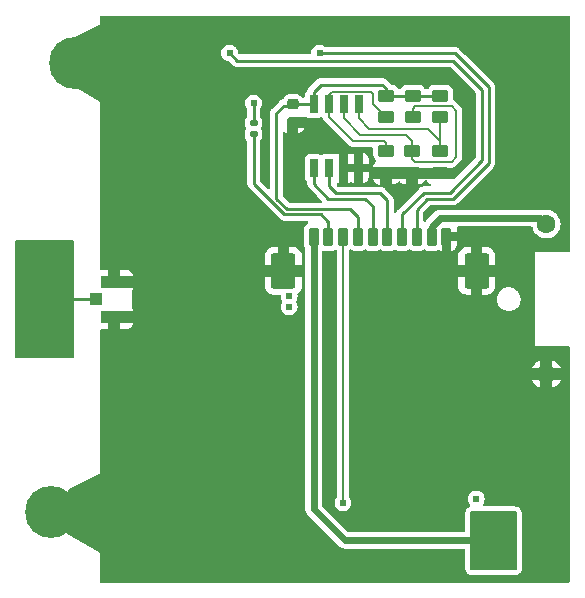
<source format=gtl>
%TF.GenerationSoftware,KiCad,Pcbnew,7.0.10-7.0.10~ubuntu22.04.1*%
%TF.CreationDate,2024-06-11T12:31:40+02:00*%
%TF.ProjectId,PQ_Lat_Board,50515f4c-6174-45f4-926f-6172642e6b69,rev?*%
%TF.SameCoordinates,Original*%
%TF.FileFunction,Copper,L1,Top*%
%TF.FilePolarity,Positive*%
%FSLAX46Y46*%
G04 Gerber Fmt 4.6, Leading zero omitted, Abs format (unit mm)*
G04 Created by KiCad (PCBNEW 7.0.10-7.0.10~ubuntu22.04.1) date 2024-06-11 12:31:40*
%MOMM*%
%LPD*%
G01*
G04 APERTURE LIST*
G04 Aperture macros list*
%AMRoundRect*
0 Rectangle with rounded corners*
0 $1 Rounding radius*
0 $2 $3 $4 $5 $6 $7 $8 $9 X,Y pos of 4 corners*
0 Add a 4 corners polygon primitive as box body*
4,1,4,$2,$3,$4,$5,$6,$7,$8,$9,$2,$3,0*
0 Add four circle primitives for the rounded corners*
1,1,$1+$1,$2,$3*
1,1,$1+$1,$4,$5*
1,1,$1+$1,$6,$7*
1,1,$1+$1,$8,$9*
0 Add four rect primitives between the rounded corners*
20,1,$1+$1,$2,$3,$4,$5,0*
20,1,$1+$1,$4,$5,$6,$7,0*
20,1,$1+$1,$6,$7,$8,$9,0*
20,1,$1+$1,$8,$9,$2,$3,0*%
G04 Aperture macros list end*
%TA.AperFunction,SMDPad,CuDef*%
%ADD10RoundRect,0.250000X-0.450000X0.262500X-0.450000X-0.262500X0.450000X-0.262500X0.450000X0.262500X0*%
%TD*%
%TA.AperFunction,SMDPad,CuDef*%
%ADD11RoundRect,0.250000X0.450000X-0.262500X0.450000X0.262500X-0.450000X0.262500X-0.450000X-0.262500X0*%
%TD*%
%TA.AperFunction,SMDPad,CuDef*%
%ADD12RoundRect,0.200000X-0.200000X-0.600000X0.200000X-0.600000X0.200000X0.600000X-0.200000X0.600000X0*%
%TD*%
%TA.AperFunction,SMDPad,CuDef*%
%ADD13RoundRect,0.250001X-0.799999X-1.249999X0.799999X-1.249999X0.799999X1.249999X-0.799999X1.249999X0*%
%TD*%
%TA.AperFunction,SMDPad,CuDef*%
%ADD14R,0.700000X1.550000*%
%TD*%
%TA.AperFunction,SMDPad,CuDef*%
%ADD15RoundRect,0.147500X0.172500X-0.147500X0.172500X0.147500X-0.172500X0.147500X-0.172500X-0.147500X0*%
%TD*%
%TA.AperFunction,ComponentPad*%
%ADD16C,4.400000*%
%TD*%
%TA.AperFunction,SMDPad,CuDef*%
%ADD17RoundRect,0.225000X-0.250000X0.225000X-0.250000X-0.225000X0.250000X-0.225000X0.250000X0.225000X0*%
%TD*%
%TA.AperFunction,ComponentPad*%
%ADD18C,3.500000*%
%TD*%
%TA.AperFunction,ComponentPad*%
%ADD19C,2.600000*%
%TD*%
%TA.AperFunction,ConnectorPad*%
%ADD20C,3.800000*%
%TD*%
%TA.AperFunction,SMDPad,CuDef*%
%ADD21R,1.050000X1.000000*%
%TD*%
%TA.AperFunction,SMDPad,CuDef*%
%ADD22R,2.200000X1.050000*%
%TD*%
%TA.AperFunction,ComponentPad*%
%ADD23C,1.600000*%
%TD*%
%TA.AperFunction,ComponentPad*%
%ADD24O,1.600000X1.600000*%
%TD*%
%TA.AperFunction,ViaPad*%
%ADD25C,0.610000*%
%TD*%
%TA.AperFunction,Conductor*%
%ADD26C,0.250000*%
%TD*%
%TA.AperFunction,Conductor*%
%ADD27C,0.293000*%
%TD*%
%TA.AperFunction,Conductor*%
%ADD28C,0.600000*%
%TD*%
%TA.AperFunction,Conductor*%
%ADD29C,0.200000*%
%TD*%
G04 APERTURE END LIST*
D10*
%TO.P,GA2,1*%
%TO.N,Net-(IC1-A2)*%
X111952000Y-53464300D03*
%TO.P,GA2,2*%
%TO.N,GND*%
X111952000Y-55289300D03*
%TD*%
D11*
%TO.P,VA1,1*%
%TO.N,Net-(IC1-A1)*%
X109651000Y-50590300D03*
%TO.P,VA1,2*%
%TO.N,/VCC*%
X109651000Y-48765300D03*
%TD*%
D12*
%TO.P,J1,1,Pin_1*%
%TO.N,/SOLAR*%
X101266617Y-60718784D03*
%TO.P,J1,2,Pin_2*%
%TO.N,/ADCS*%
X102516617Y-60718784D03*
%TO.P,J1,3,Pin_3*%
%TO.N,/VCC_MAG*%
X103766617Y-60718784D03*
%TO.P,J1,4,Pin_4*%
%TO.N,/VCC*%
X105016617Y-60718784D03*
%TO.P,J1,5,Pin_5*%
%TO.N,/SDA*%
X106266617Y-60718784D03*
%TO.P,J1,6,Pin_6*%
%TO.N,/SCL*%
X107516617Y-60718784D03*
%TO.P,J1,7,Pin_7*%
%TO.N,/PH-*%
X108766617Y-60718784D03*
%TO.P,J1,8,Pin_8*%
%TO.N,/PH+*%
X110016617Y-60718784D03*
%TO.P,J1,9,Pin_9*%
%TO.N,/BURNCOMMS*%
X111266617Y-60718784D03*
%TO.P,J1,10,Pin_10*%
%TO.N,GND*%
X112516617Y-60718784D03*
D13*
%TO.P,J1,MP,MountPin*%
X98716617Y-63618784D03*
X115066617Y-63618784D03*
%TD*%
D11*
%TO.P,VA2,1*%
%TO.N,Net-(IC1-A2)*%
X112002000Y-50590300D03*
%TO.P,VA2,2*%
%TO.N,/VCC*%
X112002000Y-48765300D03*
%TD*%
D14*
%TO.P,IC1,1,SDA*%
%TO.N,/SDA*%
X101263600Y-54897200D03*
%TO.P,IC1,2,SCL*%
%TO.N,/SCL*%
X102533600Y-54897200D03*
%TO.P,IC1,3,ALERT*%
%TO.N,GND*%
X103803600Y-54897200D03*
%TO.P,IC1,4,GND*%
X105073600Y-54897200D03*
%TO.P,IC1,5,A2*%
%TO.N,Net-(IC1-A2)*%
X105073600Y-49497200D03*
%TO.P,IC1,6,A1*%
%TO.N,Net-(IC1-A1)*%
X103803600Y-49497200D03*
%TO.P,IC1,7,A0*%
%TO.N,Net-(IC1-A0)*%
X102533600Y-49497200D03*
%TO.P,IC1,8,VDD*%
%TO.N,/VCC*%
X101263600Y-49497200D03*
%TD*%
D11*
%TO.P,VA0,1*%
%TO.N,Net-(IC1-A0)*%
X107385000Y-50590300D03*
%TO.P,VA0,2*%
%TO.N,/VCC*%
X107385000Y-48765300D03*
%TD*%
D15*
%TO.P,D2,1,K*%
%TO.N,/ADCS*%
X96183600Y-52057100D03*
%TO.P,D2,2,A*%
%TO.N,/VCC_MAG*%
X96183600Y-51087100D03*
%TD*%
D16*
%TO.P,H1,1,1*%
%TO.N,GND*%
X81050000Y-46050000D03*
%TD*%
D17*
%TO.P,C1,1*%
%TO.N,/VCC*%
X99511000Y-49512400D03*
%TO.P,C1,2*%
%TO.N,GND*%
X99511000Y-51062400D03*
%TD*%
D18*
%TO.P,H3,1,1*%
%TO.N,GND*%
X121000000Y-87000000D03*
%TD*%
D16*
%TO.P,H4,1,1*%
%TO.N,GND*%
X79000000Y-84000000D03*
%TD*%
%TO.P,H2,1,1*%
%TO.N,GND*%
X119000000Y-46000000D03*
%TD*%
D10*
%TO.P,GA0,1*%
%TO.N,Net-(IC1-A0)*%
X107400000Y-53464300D03*
%TO.P,GA0,2*%
%TO.N,GND*%
X107400000Y-55289300D03*
%TD*%
%TO.P,GA1,1*%
%TO.N,Net-(IC1-A1)*%
X109601000Y-53464300D03*
%TO.P,GA1,2*%
%TO.N,GND*%
X109601000Y-55289300D03*
%TD*%
D19*
%TO.P,H5,1,1*%
%TO.N,/Antenna Connector*%
X78505200Y-66022400D03*
D20*
X78505200Y-66022400D03*
%TD*%
D21*
%TO.P,J2,1,In*%
%TO.N,/Antenna Connector*%
X82840000Y-66022400D03*
D22*
%TO.P,J2,2,Ext*%
%TO.N,GND*%
X84365000Y-64547400D03*
X84365000Y-67497400D03*
%TD*%
D23*
%TO.P,THT1,1*%
%TO.N,/BURNCOMMS*%
X120974000Y-59647000D03*
D24*
%TO.P,THT1,2*%
%TO.N,GND*%
X120974000Y-72347000D03*
%TD*%
D25*
%TO.N,/PH-*%
X94151600Y-45169000D03*
%TO.N,/PH+*%
X101771600Y-45169000D03*
%TO.N,GND*%
X115767000Y-60739200D03*
X117697400Y-55151200D03*
X117875200Y-75293400D03*
X117875200Y-80932200D03*
X115767000Y-75293400D03*
X115767000Y-80932200D03*
X116732200Y-78036600D03*
X117697400Y-60739200D03*
X115741600Y-57284800D03*
%TO.N,/SOLAR*%
X115233600Y-84640600D03*
X115233600Y-86418600D03*
X117773600Y-84640600D03*
X117773600Y-88196600D03*
X117773600Y-86418600D03*
X115233600Y-88196600D03*
%TO.N,/VCC_MAG*%
X103752800Y-83243600D03*
X99200000Y-66640000D03*
X96183600Y-49408000D03*
X99201000Y-65760000D03*
X115040000Y-82920000D03*
%TD*%
D26*
%TO.N,/SDA*%
X101263600Y-54897200D02*
X101263600Y-56218000D01*
X101263600Y-56218000D02*
X102526400Y-57480800D01*
X106266617Y-58147617D02*
X106266617Y-60718784D01*
X105599800Y-57480800D02*
X106266617Y-58147617D01*
X102526400Y-57480800D02*
X105599800Y-57480800D01*
%TO.N,/SCL*%
X103168600Y-57030800D02*
X106927800Y-57030800D01*
X102533600Y-54897200D02*
X102533600Y-56395800D01*
X106927800Y-57030800D02*
X107516617Y-57619617D01*
X102533600Y-56395800D02*
X103168600Y-57030800D01*
X107516617Y-57619617D02*
X107516617Y-60718784D01*
%TO.N,/VCC*%
X104337000Y-58377000D02*
X105016617Y-59056617D01*
X98978996Y-58377000D02*
X104337000Y-58377000D01*
D27*
X109651000Y-48765300D02*
X112002000Y-48765300D01*
X107385000Y-48153500D02*
X107067500Y-47836000D01*
X101924000Y-47836000D02*
X101263600Y-48496400D01*
D26*
X98114000Y-57512004D02*
X98978996Y-58377000D01*
X101248400Y-49512400D02*
X101263600Y-49497200D01*
D27*
X101263600Y-48496400D02*
X101263600Y-49497200D01*
D26*
X105016617Y-59056617D02*
X105016617Y-60718784D01*
D27*
X107385000Y-48765300D02*
X109651000Y-48765300D01*
X107385000Y-48765300D02*
X107385000Y-48153500D01*
D26*
X99511000Y-49512400D02*
X101248400Y-49512400D01*
D27*
X107067500Y-47836000D02*
X101924000Y-47836000D01*
D26*
X98114000Y-50249000D02*
X98114000Y-57512004D01*
X98752600Y-49610400D02*
X98114000Y-50249000D01*
X99461400Y-49610400D02*
X98752600Y-49610400D01*
%TO.N,/ADCS*%
X96183600Y-56218000D02*
X96183600Y-52057100D01*
X101891400Y-58827000D02*
X102516617Y-59452217D01*
X102516617Y-59452217D02*
X102516617Y-60718784D01*
X96183600Y-56218000D02*
X98792600Y-58827000D01*
X98792600Y-58827000D02*
X101891400Y-58827000D01*
D28*
%TO.N,/BURNCOMMS*%
X111266617Y-60718784D02*
X111266617Y-59880183D01*
X111266617Y-59880183D02*
X112007800Y-59139000D01*
X112007800Y-59139000D02*
X120466000Y-59139000D01*
X120466000Y-59139000D02*
X120974000Y-59647000D01*
D26*
%TO.N,/PH-*%
X110610800Y-56980000D02*
X108766617Y-58824183D01*
X94781600Y-45799000D02*
X113044200Y-45799000D01*
X115538400Y-54236800D02*
X112795200Y-56980000D01*
X113044200Y-45799000D02*
X115538400Y-48293200D01*
X115538400Y-48293200D02*
X115538400Y-54236800D01*
X108766617Y-58824183D02*
X108766617Y-60718784D01*
X94151600Y-45169000D02*
X94781600Y-45799000D01*
X112795200Y-56980000D02*
X110610800Y-56980000D01*
%TO.N,/PH+*%
X116090000Y-48030604D02*
X116090000Y-54498698D01*
X101771600Y-45169000D02*
X113227000Y-45169000D01*
X116090000Y-54498698D02*
X113049898Y-57538800D01*
X110016617Y-58412383D02*
X110016617Y-60718784D01*
X113049898Y-57538800D02*
X110890200Y-57538800D01*
X113227000Y-45169000D02*
X113811200Y-45753200D01*
X113812596Y-45753200D02*
X116090000Y-48030604D01*
X113811200Y-45753200D02*
X113812596Y-45753200D01*
X110890200Y-57538800D02*
X110016617Y-58412383D01*
%TO.N,/Antenna Connector*%
X82915000Y-66022400D02*
X78505200Y-66022400D01*
D28*
%TO.N,/SOLAR*%
X101266617Y-83729217D02*
X103956000Y-86418600D01*
X101266617Y-83729217D02*
X101266617Y-60718784D01*
X103956000Y-86418600D02*
X115233600Y-86418600D01*
D26*
%TO.N,/VCC_MAG*%
X96183600Y-51087100D02*
X96183600Y-49408000D01*
D29*
X103752800Y-83243600D02*
X103766617Y-83229783D01*
X103766617Y-83229783D02*
X103766617Y-60718784D01*
%TO.N,Net-(IC1-A0)*%
X107385000Y-50577800D02*
X106300000Y-49492800D01*
X107385000Y-50590300D02*
X107385000Y-50577800D01*
X106300000Y-48592800D02*
X106129400Y-48422200D01*
X107400000Y-53464300D02*
X107400000Y-52793800D01*
X104591000Y-52598800D02*
X102533600Y-50541400D01*
X106300000Y-49492800D02*
X106300000Y-48592800D01*
X107205000Y-52598800D02*
X104591000Y-52598800D01*
X106129400Y-48422200D02*
X102811000Y-48422200D01*
X102811000Y-48422200D02*
X102533600Y-48699600D01*
X102533600Y-48699600D02*
X102533600Y-49497200D01*
X107400000Y-52793800D02*
X107205000Y-52598800D01*
X102533600Y-50541400D02*
X102533600Y-49497200D01*
%TO.N,Net-(IC1-A1)*%
X109651000Y-50590300D02*
X109651000Y-49888000D01*
X109097000Y-52090800D02*
X105226000Y-52090800D01*
X113354000Y-53964800D02*
X112950000Y-54368800D01*
X109601000Y-53464300D02*
X109601000Y-52594800D01*
X109601000Y-52594800D02*
X109097000Y-52090800D01*
X109825900Y-54368800D02*
X109601000Y-54143900D01*
X112950000Y-54368800D02*
X109825900Y-54368800D01*
X105226000Y-52090800D02*
X103803600Y-50668400D01*
X109861200Y-49677800D02*
X112973000Y-49677800D01*
X103803600Y-50668400D02*
X103803600Y-49497200D01*
X112973000Y-49677800D02*
X113354000Y-50058800D01*
X109601000Y-54143900D02*
X109601000Y-53464300D01*
X109651000Y-49888000D02*
X109861200Y-49677800D01*
X113354000Y-50058800D02*
X113354000Y-53964800D01*
%TO.N,Net-(IC1-A2)*%
X112002000Y-52090800D02*
X112002000Y-53414300D01*
X112000000Y-53416300D02*
X111952000Y-53464300D01*
X105988000Y-51582800D02*
X105073600Y-50668400D01*
X105073600Y-50668400D02*
X105073600Y-49497200D01*
X112002000Y-53414300D02*
X111952000Y-53464300D01*
X112002000Y-50590300D02*
X112002000Y-52090800D01*
X110922800Y-51582800D02*
X105988000Y-51582800D01*
X111952000Y-52612000D02*
X110922800Y-51582800D01*
X111952000Y-53464300D02*
X111952000Y-52612000D01*
%TD*%
%TA.AperFunction,Conductor*%
%TO.N,/Antenna Connector*%
G36*
X80942121Y-61020002D02*
G01*
X80988614Y-61073658D01*
X81000000Y-61126000D01*
X81000000Y-70874000D01*
X80979998Y-70942121D01*
X80926342Y-70988614D01*
X80874000Y-71000000D01*
X76126000Y-71000000D01*
X76057879Y-70979998D01*
X76011386Y-70926342D01*
X76000000Y-70874000D01*
X76000000Y-61126000D01*
X76020002Y-61057879D01*
X76073658Y-61011386D01*
X76126000Y-61000000D01*
X80874000Y-61000000D01*
X80942121Y-61020002D01*
G37*
%TD.AperFunction*%
%TD*%
%TA.AperFunction,Conductor*%
%TO.N,GND*%
G36*
X83260000Y-87558361D02*
G01*
X82906522Y-87348123D01*
X82906517Y-87348119D01*
X82906515Y-87348118D01*
X80523076Y-85930522D01*
X80509581Y-85921259D01*
X80427092Y-85856368D01*
X80404253Y-85833014D01*
X80346186Y-85755713D01*
X80330119Y-85727275D01*
X80322570Y-85708609D01*
X80293872Y-85637643D01*
X80285656Y-85606035D01*
X80272641Y-85501880D01*
X80271672Y-85485557D01*
X80288245Y-82568765D01*
X80289491Y-82551798D01*
X80304813Y-82443754D01*
X80314068Y-82411088D01*
X80354251Y-82318954D01*
X80371899Y-82289941D01*
X80435231Y-82211889D01*
X80459984Y-82188646D01*
X80548888Y-82125345D01*
X80563360Y-82116450D01*
X81608823Y-81567444D01*
X83260000Y-80700361D01*
X83260000Y-87558361D01*
G37*
%TD.AperFunction*%
%TD*%
%TA.AperFunction,Conductor*%
%TO.N,GND*%
G36*
X83420000Y-49448000D02*
G01*
X82945090Y-49165538D01*
X82945085Y-49165534D01*
X82945083Y-49165533D01*
X80683076Y-47820161D01*
X80669581Y-47810898D01*
X80587092Y-47746007D01*
X80564253Y-47722653D01*
X80506186Y-47645352D01*
X80490119Y-47616914D01*
X80482570Y-47598248D01*
X80453872Y-47527282D01*
X80445656Y-47495674D01*
X80432641Y-47391519D01*
X80431672Y-47375196D01*
X80448245Y-44458404D01*
X80449491Y-44441437D01*
X80464813Y-44333393D01*
X80474068Y-44300727D01*
X80514251Y-44208593D01*
X80531899Y-44179580D01*
X80595231Y-44101528D01*
X80619984Y-44078285D01*
X80708888Y-44014984D01*
X80723366Y-44006086D01*
X82929225Y-42847721D01*
X82929224Y-42847721D01*
X83420000Y-42590000D01*
X83420000Y-49448000D01*
G37*
%TD.AperFunction*%
%TD*%
%TA.AperFunction,Conductor*%
%TO.N,GND*%
G36*
X122941621Y-42020502D02*
G01*
X122988114Y-42074158D01*
X122999500Y-42126500D01*
X122999500Y-61873500D01*
X122979498Y-61941621D01*
X122925842Y-61988114D01*
X122873500Y-61999500D01*
X120025158Y-61999500D01*
X120024952Y-61999459D01*
X119999998Y-61999459D01*
X119999901Y-61999499D01*
X119999696Y-61999584D01*
X119999618Y-61999615D01*
X119999617Y-61999617D01*
X119999459Y-62000000D01*
X119999476Y-62025014D01*
X119999471Y-62025014D01*
X119999500Y-62025157D01*
X119999500Y-69975072D01*
X119999415Y-69975500D01*
X119999458Y-69999999D01*
X119999500Y-70000099D01*
X119999617Y-70000383D01*
X120000000Y-70000541D01*
X120000002Y-70000539D01*
X120025014Y-70000524D01*
X120025014Y-70000528D01*
X120025158Y-70000500D01*
X122873500Y-70000500D01*
X122941621Y-70020502D01*
X122988114Y-70074158D01*
X122999500Y-70126500D01*
X122999500Y-89873500D01*
X122979498Y-89941621D01*
X122925842Y-89988114D01*
X122873500Y-89999500D01*
X83274815Y-89999500D01*
X83206694Y-89979498D01*
X83160201Y-89925842D01*
X83148815Y-89873373D01*
X83149364Y-89329430D01*
X83170254Y-68648268D01*
X83190324Y-68580172D01*
X83244026Y-68533734D01*
X83296253Y-68522400D01*
X83865000Y-68522400D01*
X83865000Y-67997400D01*
X84865000Y-67997400D01*
X84865000Y-68522400D01*
X85512824Y-68522400D01*
X85512840Y-68522399D01*
X85572371Y-68515999D01*
X85707089Y-68465752D01*
X85822189Y-68379589D01*
X85908352Y-68264489D01*
X85958599Y-68129771D01*
X85964999Y-68070240D01*
X85965000Y-68070223D01*
X85965000Y-67997400D01*
X84865000Y-67997400D01*
X83865000Y-67997400D01*
X83865000Y-67123400D01*
X83885002Y-67055279D01*
X83938658Y-67008786D01*
X83991000Y-66997400D01*
X85965000Y-66997400D01*
X85965000Y-66924576D01*
X85964999Y-66924559D01*
X85958599Y-66865028D01*
X85908351Y-66730309D01*
X85908351Y-66730308D01*
X85896330Y-66714249D01*
X85871521Y-66647728D01*
X85871200Y-66638743D01*
X85871200Y-65406056D01*
X85891202Y-65337935D01*
X85896333Y-65330545D01*
X85908352Y-65314489D01*
X85958599Y-65179771D01*
X85964999Y-65120240D01*
X85965000Y-65120223D01*
X85965000Y-65047400D01*
X83991000Y-65047400D01*
X83922879Y-65027398D01*
X83876386Y-64973742D01*
X83865000Y-64921400D01*
X83865000Y-64118784D01*
X97166617Y-64118784D01*
X97166617Y-64918770D01*
X97177110Y-65021474D01*
X97232259Y-65187905D01*
X97324300Y-65337127D01*
X97324305Y-65337133D01*
X97448267Y-65461095D01*
X97448273Y-65461100D01*
X97597495Y-65553141D01*
X97763926Y-65608290D01*
X97866630Y-65618783D01*
X97866630Y-65618784D01*
X98365240Y-65618784D01*
X98433361Y-65638786D01*
X98479854Y-65692442D01*
X98489144Y-65752378D01*
X98490318Y-65752378D01*
X98490318Y-65759950D01*
X98490321Y-65759970D01*
X98490318Y-65759994D01*
X98490318Y-65760003D01*
X98510967Y-65930074D01*
X98537488Y-66000003D01*
X98571722Y-66090270D01*
X98571723Y-66090271D01*
X98597558Y-66127700D01*
X98619793Y-66195125D01*
X98602045Y-66263867D01*
X98597558Y-66270849D01*
X98570724Y-66309725D01*
X98570722Y-66309729D01*
X98570722Y-66309730D01*
X98570386Y-66310616D01*
X98509967Y-66469925D01*
X98489318Y-66639996D01*
X98489318Y-66640003D01*
X98509968Y-66810075D01*
X98570720Y-66970265D01*
X98570724Y-66970273D01*
X98668045Y-67111267D01*
X98668046Y-67111268D01*
X98668047Y-67111269D01*
X98796287Y-67224880D01*
X98947989Y-67304499D01*
X99114337Y-67345500D01*
X99114338Y-67345500D01*
X99285662Y-67345500D01*
X99285663Y-67345500D01*
X99452011Y-67304499D01*
X99603713Y-67224880D01*
X99731953Y-67111269D01*
X99829278Y-66970270D01*
X99890031Y-66810077D01*
X99902075Y-66710883D01*
X99910682Y-66640003D01*
X99910682Y-66639996D01*
X99890031Y-66469924D01*
X99886568Y-66460792D01*
X99829278Y-66309730D01*
X99803440Y-66272298D01*
X99781205Y-66204874D01*
X99798952Y-66136132D01*
X99803418Y-66129182D01*
X99830278Y-66090270D01*
X99891031Y-65930077D01*
X99906355Y-65803873D01*
X99911682Y-65760003D01*
X99911682Y-65759997D01*
X99892747Y-65604055D01*
X99904392Y-65534020D01*
X99951684Y-65481625D01*
X99984956Y-65461103D01*
X99984966Y-65461095D01*
X100108928Y-65337133D01*
X100108933Y-65337127D01*
X100200974Y-65187905D01*
X100256123Y-65021474D01*
X100266616Y-64918770D01*
X100266617Y-64918770D01*
X100266617Y-64118784D01*
X97166617Y-64118784D01*
X83865000Y-64118784D01*
X83865000Y-63522400D01*
X84865000Y-63522400D01*
X84865000Y-64047400D01*
X85965000Y-64047400D01*
X85965000Y-63974576D01*
X85964999Y-63974559D01*
X85958599Y-63915028D01*
X85908352Y-63780310D01*
X85822189Y-63665210D01*
X85707089Y-63579047D01*
X85572371Y-63528800D01*
X85512840Y-63522400D01*
X84865000Y-63522400D01*
X83865000Y-63522400D01*
X83301558Y-63522400D01*
X83233437Y-63502398D01*
X83186944Y-63448742D01*
X83175559Y-63396280D01*
X83175839Y-63118784D01*
X97166617Y-63118784D01*
X98216617Y-63118784D01*
X98216617Y-61618784D01*
X99216617Y-61618784D01*
X99216617Y-63118784D01*
X100266617Y-63118784D01*
X100266617Y-62318797D01*
X100256123Y-62216093D01*
X100200974Y-62049662D01*
X100108933Y-61900440D01*
X100108928Y-61900434D01*
X99984966Y-61776472D01*
X99984960Y-61776467D01*
X99835738Y-61684426D01*
X99669307Y-61629277D01*
X99566603Y-61618784D01*
X99216617Y-61618784D01*
X98216617Y-61618784D01*
X97866630Y-61618784D01*
X97763926Y-61629277D01*
X97597495Y-61684426D01*
X97448273Y-61776467D01*
X97448267Y-61776472D01*
X97324305Y-61900434D01*
X97324300Y-61900440D01*
X97232259Y-62049662D01*
X97177110Y-62216093D01*
X97166617Y-62318797D01*
X97166617Y-63118784D01*
X83175839Y-63118784D01*
X83193971Y-45169003D01*
X93440918Y-45169003D01*
X93461568Y-45339075D01*
X93522320Y-45499265D01*
X93522324Y-45499273D01*
X93619645Y-45640267D01*
X93619646Y-45640268D01*
X93619647Y-45640269D01*
X93747887Y-45753880D01*
X93899589Y-45833499D01*
X94065937Y-45874500D01*
X94065943Y-45874500D01*
X94073500Y-45875418D01*
X94073202Y-45877865D01*
X94129861Y-45894502D01*
X94150835Y-45911405D01*
X94402139Y-46162709D01*
X94405129Y-46165802D01*
X94446845Y-46210469D01*
X94480012Y-46230638D01*
X94490676Y-46237896D01*
X94521625Y-46261365D01*
X94536964Y-46267414D01*
X94556192Y-46276964D01*
X94570272Y-46285526D01*
X94592167Y-46291660D01*
X94607650Y-46295999D01*
X94619877Y-46300110D01*
X94656011Y-46314360D01*
X94672408Y-46316045D01*
X94693510Y-46320056D01*
X94709372Y-46324500D01*
X94748195Y-46324500D01*
X94761081Y-46325161D01*
X94799708Y-46329132D01*
X94799708Y-46329131D01*
X94799710Y-46329132D01*
X94815950Y-46326332D01*
X94837358Y-46324500D01*
X112774340Y-46324500D01*
X112842461Y-46344502D01*
X112863435Y-46361405D01*
X114975995Y-48473964D01*
X115010020Y-48536276D01*
X115012900Y-48563059D01*
X115012900Y-53966941D01*
X114992898Y-54035062D01*
X114975995Y-54056036D01*
X113272258Y-55759772D01*
X113209946Y-55793798D01*
X113147057Y-55789300D01*
X110101000Y-55789300D01*
X110101000Y-56301795D01*
X110203692Y-56291306D01*
X110203696Y-56291305D01*
X110336469Y-56247309D01*
X110337392Y-56247277D01*
X110339730Y-56246227D01*
X110370123Y-56236156D01*
X110519344Y-56144116D01*
X110519350Y-56144111D01*
X110643311Y-56020150D01*
X110643318Y-56020141D01*
X110669259Y-55978085D01*
X110722044Y-55930606D01*
X110792119Y-55919203D01*
X110857235Y-55947495D01*
X110883741Y-55978085D01*
X110909681Y-56020141D01*
X110909688Y-56020150D01*
X111033649Y-56144111D01*
X111033655Y-56144116D01*
X111158724Y-56221259D01*
X111206202Y-56274045D01*
X111217605Y-56344120D01*
X111189313Y-56409235D01*
X111130307Y-56448718D01*
X111092577Y-56454500D01*
X110621949Y-56454500D01*
X110617648Y-56454427D01*
X110598600Y-56453776D01*
X110556555Y-56452340D01*
X110556554Y-56452340D01*
X110556553Y-56452340D01*
X110518821Y-56461534D01*
X110506150Y-56463942D01*
X110467695Y-56469227D01*
X110467690Y-56469228D01*
X110467689Y-56469229D01*
X110467687Y-56469230D01*
X110452570Y-56475795D01*
X110432218Y-56482638D01*
X110416211Y-56486539D01*
X110416208Y-56486540D01*
X110382359Y-56505573D01*
X110370813Y-56511307D01*
X110361298Y-56515441D01*
X110335191Y-56526780D01*
X110322402Y-56537185D01*
X110304649Y-56549267D01*
X110290290Y-56557341D01*
X110290285Y-56557344D01*
X110262830Y-56584798D01*
X110253260Y-56593436D01*
X110223134Y-56617946D01*
X110213631Y-56631409D01*
X110199790Y-56647839D01*
X108402920Y-58444709D01*
X108399829Y-58447698D01*
X108355148Y-58489428D01*
X108355145Y-58489432D01*
X108334972Y-58522604D01*
X108327717Y-58533265D01*
X108304251Y-58564210D01*
X108298207Y-58579537D01*
X108288653Y-58598773D01*
X108275776Y-58619950D01*
X108223293Y-58667763D01*
X108153292Y-58679611D01*
X108087998Y-58651733D01*
X108048141Y-58592980D01*
X108042117Y-58554486D01*
X108042117Y-57630764D01*
X108042190Y-57626463D01*
X108044277Y-57565372D01*
X108035080Y-57527636D01*
X108032677Y-57514990D01*
X108027388Y-57476506D01*
X108020819Y-57461383D01*
X108013972Y-57441021D01*
X108010075Y-57425027D01*
X108010074Y-57425026D01*
X108010074Y-57425023D01*
X107991037Y-57391166D01*
X107985314Y-57379643D01*
X107969836Y-57344008D01*
X107969833Y-57344004D01*
X107959438Y-57331227D01*
X107947348Y-57313463D01*
X107939275Y-57299105D01*
X107911812Y-57271642D01*
X107903177Y-57262074D01*
X107878671Y-57231952D01*
X107878667Y-57231949D01*
X107878666Y-57231948D01*
X107865213Y-57222452D01*
X107848780Y-57208610D01*
X107307259Y-56667090D01*
X107304269Y-56663996D01*
X107273835Y-56631409D01*
X107262555Y-56619331D01*
X107262554Y-56619330D01*
X107262553Y-56619329D01*
X107229379Y-56599155D01*
X107218716Y-56591898D01*
X107187777Y-56568437D01*
X107187775Y-56568436D01*
X107172437Y-56562387D01*
X107153209Y-56552836D01*
X107139128Y-56544274D01*
X107138093Y-56543984D01*
X107101740Y-56533798D01*
X107089514Y-56529686D01*
X107053389Y-56515440D01*
X107036996Y-56513755D01*
X107015891Y-56509744D01*
X107000026Y-56505299D01*
X106991489Y-56504126D01*
X106991748Y-56502238D01*
X106934055Y-56485298D01*
X106887562Y-56431642D01*
X106877458Y-56361368D01*
X106900000Y-56312010D01*
X106900000Y-55789300D01*
X107900000Y-55789300D01*
X107900000Y-56301795D01*
X108002690Y-56291306D01*
X108169122Y-56236157D01*
X108318344Y-56144116D01*
X108318350Y-56144111D01*
X108411405Y-56051057D01*
X108473717Y-56017031D01*
X108544532Y-56022096D01*
X108589595Y-56051057D01*
X108682649Y-56144111D01*
X108682655Y-56144116D01*
X108831877Y-56236157D01*
X108998308Y-56291306D01*
X109101000Y-56301797D01*
X109101000Y-55789300D01*
X107900000Y-55789300D01*
X106900000Y-55789300D01*
X106238595Y-55789300D01*
X106265640Y-55870918D01*
X106357683Y-56020144D01*
X106357688Y-56020150D01*
X106481649Y-56144111D01*
X106481655Y-56144116D01*
X106630881Y-56236159D01*
X106701910Y-56259696D01*
X106760281Y-56300110D01*
X106787537Y-56365666D01*
X106775024Y-56435551D01*
X106726714Y-56487577D01*
X106662277Y-56505300D01*
X103438459Y-56505300D01*
X103370338Y-56485298D01*
X103349364Y-56468395D01*
X103263246Y-56382277D01*
X103229220Y-56319965D01*
X103234285Y-56249150D01*
X103276832Y-56192314D01*
X103343352Y-56167503D01*
X103365810Y-56167904D01*
X103405762Y-56172199D01*
X103405776Y-56172200D01*
X103453600Y-56172200D01*
X103453600Y-55247200D01*
X104153600Y-55247200D01*
X104153600Y-56172200D01*
X104201424Y-56172200D01*
X104201440Y-56172199D01*
X104260970Y-56165799D01*
X104394567Y-56115970D01*
X104465383Y-56110905D01*
X104482633Y-56115970D01*
X104616229Y-56165799D01*
X104675759Y-56172199D01*
X104675776Y-56172200D01*
X104723600Y-56172200D01*
X104723600Y-55247200D01*
X105423600Y-55247200D01*
X105423600Y-56172200D01*
X105471424Y-56172200D01*
X105471440Y-56172199D01*
X105530971Y-56165799D01*
X105665689Y-56115552D01*
X105780789Y-56029389D01*
X105866952Y-55914289D01*
X105917199Y-55779571D01*
X105923599Y-55720040D01*
X105923600Y-55720023D01*
X105923600Y-55247200D01*
X105423600Y-55247200D01*
X104723600Y-55247200D01*
X104153600Y-55247200D01*
X103453600Y-55247200D01*
X103453600Y-53622200D01*
X104153600Y-53622200D01*
X104153600Y-54547200D01*
X104723600Y-54547200D01*
X104723600Y-53622200D01*
X105423600Y-53622200D01*
X105423600Y-54547200D01*
X105923600Y-54547200D01*
X105923600Y-54074376D01*
X105923599Y-54074359D01*
X105917199Y-54014828D01*
X105866952Y-53880110D01*
X105780789Y-53765010D01*
X105665689Y-53678847D01*
X105530971Y-53628600D01*
X105471440Y-53622200D01*
X105423600Y-53622200D01*
X104723600Y-53622200D01*
X104675759Y-53622200D01*
X104616227Y-53628600D01*
X104482632Y-53678429D01*
X104411816Y-53683493D01*
X104394568Y-53678429D01*
X104260972Y-53628600D01*
X104201440Y-53622200D01*
X104153600Y-53622200D01*
X103453600Y-53622200D01*
X103405759Y-53622200D01*
X103346228Y-53628600D01*
X103211510Y-53678847D01*
X103146397Y-53727591D01*
X103079877Y-53752402D01*
X103013687Y-53738991D01*
X103008906Y-53736555D01*
X103008905Y-53736554D01*
X103008904Y-53736554D01*
X102915119Y-53721700D01*
X102915115Y-53721700D01*
X102152083Y-53721700D01*
X102058295Y-53736553D01*
X101955802Y-53788776D01*
X101886025Y-53801880D01*
X101841398Y-53788776D01*
X101738907Y-53736555D01*
X101738905Y-53736554D01*
X101738904Y-53736554D01*
X101645119Y-53721700D01*
X101645115Y-53721700D01*
X100882083Y-53721700D01*
X100788297Y-53736553D01*
X100675257Y-53794149D01*
X100585549Y-53883857D01*
X100532895Y-53987198D01*
X100527954Y-53996896D01*
X100513321Y-54089288D01*
X100513100Y-54090684D01*
X100513100Y-55703716D01*
X100527953Y-55797502D01*
X100585549Y-55910542D01*
X100675256Y-56000249D01*
X100683279Y-56006078D01*
X100681408Y-56008651D01*
X100720910Y-56045950D01*
X100738100Y-56109482D01*
X100738100Y-56206851D01*
X100738027Y-56211152D01*
X100735940Y-56272245D01*
X100745133Y-56309971D01*
X100747541Y-56322644D01*
X100752827Y-56361107D01*
X100752828Y-56361109D01*
X100759395Y-56376228D01*
X100766240Y-56396582D01*
X100770143Y-56412594D01*
X100770144Y-56412595D01*
X100770144Y-56412596D01*
X100789168Y-56446431D01*
X100794906Y-56457984D01*
X100810379Y-56493606D01*
X100810378Y-56493606D01*
X100814350Y-56498488D01*
X100820780Y-56506391D01*
X100832866Y-56524149D01*
X100840942Y-56538512D01*
X100868403Y-56565973D01*
X100877038Y-56575540D01*
X100901546Y-56605665D01*
X100915007Y-56615167D01*
X100931439Y-56629009D01*
X101534384Y-57231954D01*
X101938836Y-57636405D01*
X101972861Y-57698717D01*
X101967797Y-57769532D01*
X101925250Y-57826368D01*
X101858730Y-57851179D01*
X101849741Y-57851500D01*
X99248855Y-57851500D01*
X99180734Y-57831498D01*
X99159760Y-57814595D01*
X98676405Y-57331240D01*
X98642379Y-57268928D01*
X98639500Y-57242145D01*
X98639500Y-51981634D01*
X98659502Y-51913513D01*
X98713158Y-51867020D01*
X98783432Y-51856916D01*
X98831647Y-51874393D01*
X98952514Y-51948945D01*
X98952516Y-51948946D01*
X99061000Y-51984893D01*
X99061000Y-51512400D01*
X99961000Y-51512400D01*
X99961000Y-51984892D01*
X100069483Y-51948946D01*
X100069485Y-51948945D01*
X100213732Y-51859972D01*
X100213738Y-51859967D01*
X100333567Y-51740138D01*
X100333572Y-51740132D01*
X100422548Y-51595880D01*
X100450211Y-51512400D01*
X99961000Y-51512400D01*
X99061000Y-51512400D01*
X99061000Y-50738400D01*
X99081002Y-50670279D01*
X99134658Y-50623786D01*
X99187000Y-50612400D01*
X100450211Y-50612400D01*
X100463050Y-50594620D01*
X100519146Y-50551103D01*
X100589864Y-50544821D01*
X100652752Y-50577770D01*
X100654296Y-50579289D01*
X100675257Y-50600250D01*
X100713899Y-50619938D01*
X100788296Y-50657846D01*
X100882081Y-50672700D01*
X101645118Y-50672699D01*
X101738904Y-50657846D01*
X101841397Y-50605622D01*
X101911173Y-50592518D01*
X101955801Y-50605622D01*
X101969104Y-50612400D01*
X101990808Y-50623459D01*
X102042423Y-50672208D01*
X102048218Y-50683383D01*
X102069031Y-50728957D01*
X102072472Y-50737264D01*
X102072896Y-50738400D01*
X102089804Y-50783731D01*
X102089805Y-50783732D01*
X102092568Y-50787424D01*
X102106306Y-50810578D01*
X102108219Y-50814767D01*
X102108221Y-50814770D01*
X102108222Y-50814771D01*
X102108223Y-50814773D01*
X102140692Y-50852244D01*
X102146332Y-50859244D01*
X102154379Y-50869993D01*
X102163874Y-50879488D01*
X102169992Y-50886059D01*
X102202472Y-50923543D01*
X102206351Y-50926035D01*
X102227323Y-50942937D01*
X104189461Y-52905075D01*
X104206362Y-52926046D01*
X104208856Y-52929927D01*
X104246337Y-52962404D01*
X104252909Y-52968523D01*
X104262407Y-52978021D01*
X104273158Y-52986069D01*
X104280158Y-52991710D01*
X104317627Y-53024177D01*
X104321814Y-53026089D01*
X104344975Y-53039831D01*
X104348669Y-53042596D01*
X104348671Y-53042596D01*
X104348673Y-53042598D01*
X104395128Y-53059924D01*
X104403427Y-53063360D01*
X104448543Y-53083965D01*
X104453107Y-53084621D01*
X104479202Y-53091281D01*
X104483517Y-53092891D01*
X104532992Y-53096429D01*
X104541899Y-53097387D01*
X104555201Y-53099300D01*
X104568620Y-53099300D01*
X104577607Y-53099620D01*
X104627073Y-53103159D01*
X104631573Y-53102179D01*
X104658358Y-53099300D01*
X106173500Y-53099300D01*
X106241621Y-53119302D01*
X106288114Y-53172958D01*
X106299500Y-53225300D01*
X106299500Y-53792493D01*
X106302401Y-53829367D01*
X106302401Y-53829368D01*
X106348257Y-53987201D01*
X106431917Y-54128663D01*
X106431923Y-54128670D01*
X106527362Y-54224109D01*
X106561388Y-54286421D01*
X106556323Y-54357236D01*
X106513776Y-54414072D01*
X106504417Y-54420443D01*
X106481657Y-54434482D01*
X106481649Y-54434488D01*
X106357688Y-54558449D01*
X106357683Y-54558455D01*
X106265640Y-54707681D01*
X106238594Y-54789299D01*
X106238595Y-54789300D01*
X109510513Y-54789300D01*
X109575589Y-54808408D01*
X109575661Y-54808278D01*
X109576259Y-54808604D01*
X109578634Y-54809302D01*
X109582675Y-54812108D01*
X109583571Y-54812597D01*
X109630028Y-54829924D01*
X109638327Y-54833360D01*
X109683443Y-54853965D01*
X109688007Y-54854621D01*
X109714102Y-54861281D01*
X109718417Y-54862891D01*
X109767892Y-54866429D01*
X109776799Y-54867387D01*
X109790101Y-54869300D01*
X109803520Y-54869300D01*
X109812507Y-54869620D01*
X109861973Y-54873159D01*
X109866473Y-54872179D01*
X109893258Y-54869300D01*
X112882642Y-54869300D01*
X112909426Y-54872179D01*
X112913927Y-54873159D01*
X112963392Y-54869620D01*
X112972380Y-54869300D01*
X112985798Y-54869300D01*
X112985799Y-54869300D01*
X112999100Y-54867387D01*
X113008009Y-54866429D01*
X113057483Y-54862891D01*
X113061791Y-54861283D01*
X113087901Y-54854619D01*
X113092457Y-54853965D01*
X113137566Y-54833363D01*
X113145862Y-54829927D01*
X113192331Y-54812596D01*
X113196017Y-54809836D01*
X113219183Y-54796089D01*
X113223373Y-54794177D01*
X113260846Y-54761706D01*
X113267844Y-54756066D01*
X113278593Y-54748021D01*
X113288079Y-54738533D01*
X113294668Y-54732399D01*
X113304255Y-54724092D01*
X113332143Y-54699928D01*
X113334629Y-54696058D01*
X113351531Y-54675080D01*
X113660278Y-54366333D01*
X113681251Y-54349433D01*
X113685128Y-54346943D01*
X113717608Y-54309457D01*
X113723743Y-54302869D01*
X113733218Y-54293395D01*
X113733218Y-54293394D01*
X113733220Y-54293393D01*
X113741267Y-54282641D01*
X113746897Y-54275655D01*
X113779377Y-54238173D01*
X113781289Y-54233983D01*
X113795036Y-54210817D01*
X113797796Y-54207131D01*
X113815127Y-54160662D01*
X113818566Y-54152360D01*
X113839165Y-54107257D01*
X113839819Y-54102701D01*
X113846483Y-54076591D01*
X113848091Y-54072283D01*
X113851629Y-54022809D01*
X113852587Y-54013900D01*
X113854500Y-54000599D01*
X113854500Y-53987180D01*
X113854821Y-53978190D01*
X113858359Y-53928727D01*
X113857379Y-53924220D01*
X113854500Y-53897440D01*
X113854500Y-50126157D01*
X113857379Y-50099376D01*
X113858359Y-50094873D01*
X113854821Y-50045407D01*
X113854500Y-50036418D01*
X113854500Y-50023001D01*
X113854272Y-50021413D01*
X113852587Y-50009699D01*
X113851629Y-50000792D01*
X113848091Y-49951317D01*
X113846481Y-49947002D01*
X113839821Y-49920907D01*
X113839165Y-49916343D01*
X113818560Y-49871227D01*
X113815124Y-49862928D01*
X113797798Y-49816473D01*
X113797796Y-49816471D01*
X113797796Y-49816469D01*
X113795031Y-49812775D01*
X113781289Y-49789614D01*
X113779377Y-49785427D01*
X113754504Y-49756722D01*
X113746900Y-49747946D01*
X113741259Y-49740946D01*
X113736906Y-49735131D01*
X113733220Y-49730207D01*
X113723730Y-49720717D01*
X113717611Y-49714145D01*
X113685127Y-49676656D01*
X113681249Y-49674164D01*
X113660274Y-49657261D01*
X113374534Y-49371520D01*
X113357629Y-49350541D01*
X113355143Y-49346672D01*
X113355141Y-49346670D01*
X113355141Y-49346669D01*
X113317660Y-49314192D01*
X113311087Y-49308073D01*
X113301593Y-49298579D01*
X113290844Y-49290532D01*
X113283844Y-49284892D01*
X113257206Y-49261810D01*
X113246373Y-49252423D01*
X113246371Y-49252422D01*
X113246370Y-49252421D01*
X113246367Y-49252419D01*
X113242178Y-49250506D01*
X113219024Y-49236768D01*
X113215331Y-49234004D01*
X113215329Y-49234003D01*
X113184006Y-49222319D01*
X113127171Y-49179771D01*
X113102363Y-49113250D01*
X113102425Y-49095974D01*
X113102403Y-49095974D01*
X113102427Y-49095350D01*
X113102431Y-49094372D01*
X113102500Y-49093495D01*
X113102500Y-48437106D01*
X113099598Y-48400232D01*
X113099598Y-48400231D01*
X113090181Y-48367818D01*
X113053744Y-48242402D01*
X113053601Y-48242160D01*
X112970082Y-48100936D01*
X112970076Y-48100929D01*
X112853870Y-47984723D01*
X112853863Y-47984717D01*
X112712401Y-47901057D01*
X112554568Y-47855201D01*
X112520595Y-47852528D01*
X112517694Y-47852300D01*
X111486306Y-47852300D01*
X111483405Y-47852528D01*
X111449432Y-47855201D01*
X111449431Y-47855201D01*
X111291598Y-47901057D01*
X111150136Y-47984717D01*
X111150129Y-47984723D01*
X111033923Y-48100929D01*
X111033922Y-48100931D01*
X111033920Y-48100933D01*
X111033919Y-48100935D01*
X111001093Y-48156440D01*
X110949202Y-48204892D01*
X110892641Y-48218300D01*
X110760359Y-48218300D01*
X110692238Y-48198298D01*
X110651906Y-48156441D01*
X110619081Y-48100935D01*
X110619077Y-48100931D01*
X110619076Y-48100929D01*
X110502870Y-47984723D01*
X110502863Y-47984717D01*
X110361401Y-47901057D01*
X110203568Y-47855201D01*
X110169595Y-47852528D01*
X110166694Y-47852300D01*
X109135306Y-47852300D01*
X109132405Y-47852528D01*
X109098432Y-47855201D01*
X109098431Y-47855201D01*
X108940598Y-47901057D01*
X108799136Y-47984717D01*
X108799129Y-47984723D01*
X108682923Y-48100929D01*
X108682922Y-48100931D01*
X108682920Y-48100933D01*
X108682919Y-48100935D01*
X108650093Y-48156440D01*
X108598202Y-48204892D01*
X108541641Y-48218300D01*
X108494359Y-48218300D01*
X108426238Y-48198298D01*
X108385906Y-48156441D01*
X108353081Y-48100935D01*
X108353077Y-48100931D01*
X108353076Y-48100929D01*
X108236870Y-47984723D01*
X108236863Y-47984717D01*
X108095401Y-47901057D01*
X107937568Y-47855201D01*
X107900013Y-47852246D01*
X107833672Y-47826960D01*
X107820806Y-47815731D01*
X107796178Y-47791103D01*
X107787541Y-47781532D01*
X107761869Y-47749976D01*
X107761868Y-47749975D01*
X107747492Y-47739827D01*
X107731059Y-47725984D01*
X107462434Y-47457359D01*
X107459443Y-47454265D01*
X107415952Y-47407697D01*
X107415947Y-47407693D01*
X107381188Y-47386555D01*
X107370525Y-47379298D01*
X107338113Y-47354720D01*
X107338108Y-47354717D01*
X107321747Y-47348265D01*
X107302506Y-47338709D01*
X107287473Y-47329567D01*
X107248300Y-47318592D01*
X107236070Y-47314479D01*
X107198229Y-47299556D01*
X107198225Y-47299555D01*
X107180726Y-47297756D01*
X107159625Y-47293746D01*
X107142687Y-47289001D01*
X107142686Y-47289000D01*
X107142683Y-47289000D01*
X107142680Y-47289000D01*
X107102001Y-47289000D01*
X107089116Y-47288339D01*
X107085163Y-47287932D01*
X107048650Y-47284178D01*
X107031312Y-47287168D01*
X107009905Y-47289000D01*
X101935532Y-47289000D01*
X101931230Y-47288927D01*
X101867536Y-47286751D01*
X101867535Y-47286751D01*
X101867533Y-47286751D01*
X101828000Y-47296384D01*
X101815331Y-47298792D01*
X101775035Y-47304331D01*
X101775031Y-47304332D01*
X101758895Y-47311340D01*
X101738548Y-47318183D01*
X101721446Y-47322352D01*
X101721442Y-47322353D01*
X101685983Y-47342290D01*
X101674434Y-47348026D01*
X101637119Y-47364235D01*
X101623460Y-47375346D01*
X101605713Y-47387424D01*
X101590377Y-47396048D01*
X101590372Y-47396052D01*
X101561608Y-47424815D01*
X101552035Y-47433454D01*
X101520475Y-47459131D01*
X101520474Y-47459132D01*
X101510323Y-47473512D01*
X101496484Y-47489939D01*
X100884957Y-48101466D01*
X100881865Y-48104455D01*
X100835296Y-48147947D01*
X100814158Y-48182708D01*
X100806903Y-48193368D01*
X100782318Y-48225789D01*
X100775862Y-48242160D01*
X100766311Y-48261389D01*
X100757167Y-48276426D01*
X100757166Y-48276429D01*
X100747234Y-48311877D01*
X100709594Y-48372075D01*
X100683118Y-48390144D01*
X100675257Y-48394149D01*
X100585549Y-48483857D01*
X100527955Y-48596894D01*
X100527954Y-48596896D01*
X100513100Y-48690681D01*
X100513100Y-48690684D01*
X100513100Y-48860900D01*
X100493098Y-48929021D01*
X100439442Y-48975514D01*
X100387100Y-48986900D01*
X100381852Y-48986900D01*
X100313731Y-48966898D01*
X100273398Y-48925039D01*
X100259168Y-48900977D01*
X100147423Y-48789232D01*
X100147416Y-48789227D01*
X100011394Y-48708783D01*
X99859625Y-48664690D01*
X99824171Y-48661900D01*
X99197838Y-48661900D01*
X99162375Y-48664690D01*
X99010605Y-48708783D01*
X98874583Y-48789227D01*
X98874576Y-48789232D01*
X98762831Y-48900977D01*
X98741687Y-48936731D01*
X98682382Y-49037010D01*
X98682381Y-49037013D01*
X98678348Y-49043833D01*
X98675386Y-49042081D01*
X98639834Y-49084642D01*
X98616946Y-49095176D01*
X98617390Y-49096197D01*
X98594367Y-49106196D01*
X98574015Y-49113040D01*
X98558011Y-49116941D01*
X98558001Y-49116945D01*
X98524165Y-49135969D01*
X98512616Y-49141705D01*
X98476991Y-49157180D01*
X98464206Y-49167581D01*
X98446452Y-49179664D01*
X98432093Y-49187738D01*
X98432081Y-49187747D01*
X98404634Y-49215195D01*
X98395058Y-49223838D01*
X98364936Y-49248344D01*
X98364935Y-49248345D01*
X98355430Y-49261810D01*
X98341591Y-49278237D01*
X97750315Y-49869513D01*
X97747225Y-49872500D01*
X97702531Y-49914243D01*
X97702530Y-49914244D01*
X97682355Y-49947421D01*
X97675100Y-49958082D01*
X97651634Y-49989027D01*
X97645590Y-50004354D01*
X97636037Y-50023588D01*
X97627475Y-50037668D01*
X97616999Y-50075056D01*
X97612888Y-50087279D01*
X97598640Y-50123410D01*
X97596955Y-50139802D01*
X97592946Y-50160898D01*
X97588500Y-50176770D01*
X97588500Y-50215604D01*
X97587839Y-50228490D01*
X97583868Y-50267107D01*
X97586668Y-50283343D01*
X97588500Y-50304751D01*
X97588500Y-56575541D01*
X97568498Y-56643662D01*
X97514842Y-56690155D01*
X97444568Y-56700259D01*
X97379988Y-56670765D01*
X97373405Y-56664636D01*
X96746005Y-56037236D01*
X96711979Y-55974924D01*
X96709100Y-55948141D01*
X96709100Y-52686067D01*
X96729102Y-52617946D01*
X96746005Y-52596972D01*
X96747235Y-52595741D01*
X96747236Y-52595739D01*
X96747238Y-52595738D01*
X96838261Y-52475705D01*
X96893524Y-52335567D01*
X96904100Y-52247501D01*
X96904099Y-51866700D01*
X96893524Y-51778633D01*
X96838261Y-51638495D01*
X96838254Y-51638486D01*
X96835651Y-51633855D01*
X96819699Y-51564674D01*
X96835651Y-51510345D01*
X96838254Y-51505714D01*
X96838261Y-51505705D01*
X96893524Y-51365567D01*
X96904100Y-51277501D01*
X96904099Y-50896700D01*
X96893524Y-50808633D01*
X96838261Y-50668495D01*
X96747238Y-50548462D01*
X96747235Y-50548458D01*
X96746005Y-50547228D01*
X96745240Y-50545827D01*
X96742030Y-50541594D01*
X96742665Y-50541112D01*
X96711979Y-50484916D01*
X96709100Y-50458133D01*
X96709100Y-49927881D01*
X96729102Y-49859760D01*
X96731404Y-49856305D01*
X96768933Y-49801935D01*
X96812878Y-49738270D01*
X96873631Y-49578077D01*
X96891651Y-49429668D01*
X96894282Y-49408003D01*
X96894282Y-49407996D01*
X96875159Y-49250506D01*
X96873631Y-49237923D01*
X96812878Y-49077730D01*
X96715553Y-48936731D01*
X96587313Y-48823120D01*
X96587312Y-48823119D01*
X96587308Y-48823117D01*
X96435609Y-48743500D01*
X96269264Y-48702500D01*
X96269263Y-48702500D01*
X96097937Y-48702500D01*
X96097935Y-48702500D01*
X95931590Y-48743500D01*
X95779891Y-48823117D01*
X95779887Y-48823119D01*
X95651645Y-48936732D01*
X95554324Y-49077726D01*
X95554320Y-49077734D01*
X95493568Y-49237924D01*
X95472918Y-49407996D01*
X95472918Y-49408003D01*
X95493568Y-49578075D01*
X95554320Y-49738265D01*
X95554324Y-49738273D01*
X95635796Y-49856305D01*
X95658032Y-49923730D01*
X95658100Y-49927881D01*
X95658100Y-50458133D01*
X95638098Y-50526254D01*
X95621195Y-50547228D01*
X95619964Y-50548458D01*
X95528940Y-50668493D01*
X95528938Y-50668496D01*
X95473676Y-50808630D01*
X95473675Y-50808636D01*
X95463100Y-50896696D01*
X95463100Y-51277495D01*
X95463101Y-51277504D01*
X95473675Y-51365566D01*
X95475856Y-51371096D01*
X95528937Y-51505701D01*
X95528943Y-51505714D01*
X95531554Y-51510359D01*
X95547498Y-51579542D01*
X95531554Y-51633841D01*
X95528943Y-51638485D01*
X95473676Y-51778630D01*
X95473675Y-51778636D01*
X95463100Y-51866696D01*
X95463100Y-52247495D01*
X95463101Y-52247504D01*
X95473675Y-52335566D01*
X95519725Y-52452340D01*
X95528939Y-52475705D01*
X95564593Y-52522722D01*
X95619964Y-52595741D01*
X95621195Y-52596972D01*
X95621959Y-52598372D01*
X95625170Y-52602606D01*
X95624534Y-52603087D01*
X95655221Y-52659284D01*
X95658100Y-52686067D01*
X95658100Y-56206851D01*
X95658027Y-56211152D01*
X95655940Y-56272245D01*
X95665133Y-56309971D01*
X95667541Y-56322644D01*
X95672827Y-56361107D01*
X95672828Y-56361109D01*
X95679395Y-56376228D01*
X95686240Y-56396582D01*
X95690143Y-56412594D01*
X95690144Y-56412595D01*
X95690144Y-56412596D01*
X95709168Y-56446431D01*
X95714906Y-56457984D01*
X95730379Y-56493606D01*
X95730378Y-56493606D01*
X95734350Y-56498488D01*
X95740780Y-56506391D01*
X95752866Y-56524149D01*
X95760942Y-56538512D01*
X95788403Y-56565973D01*
X95797038Y-56575540D01*
X95821546Y-56605665D01*
X95835007Y-56615167D01*
X95851439Y-56629009D01*
X98413124Y-59190693D01*
X98416115Y-59193787D01*
X98457842Y-59238467D01*
X98457844Y-59238468D01*
X98457845Y-59238469D01*
X98491027Y-59258647D01*
X98501687Y-59265903D01*
X98532620Y-59289361D01*
X98532627Y-59289365D01*
X98547951Y-59295408D01*
X98567195Y-59304966D01*
X98581271Y-59313526D01*
X98618652Y-59323999D01*
X98630883Y-59328112D01*
X98644053Y-59333305D01*
X98667011Y-59342359D01*
X98683408Y-59344044D01*
X98704513Y-59348056D01*
X98720372Y-59352500D01*
X98759205Y-59352500D01*
X98772091Y-59353161D01*
X98810708Y-59357131D01*
X98810708Y-59357130D01*
X98810710Y-59357131D01*
X98822829Y-59355041D01*
X98826945Y-59354332D01*
X98848352Y-59352500D01*
X100713964Y-59352500D01*
X100782085Y-59372502D01*
X100828578Y-59426158D01*
X100838682Y-59496432D01*
X100809188Y-59561012D01*
X100770307Y-59589048D01*
X100770926Y-59590121D01*
X100763774Y-59594249D01*
X100638335Y-59690502D01*
X100542082Y-59815941D01*
X100542080Y-59815944D01*
X100481572Y-59962023D01*
X100466117Y-60079420D01*
X100466117Y-61358143D01*
X100466118Y-61358152D01*
X100481573Y-61475544D01*
X100481573Y-61475545D01*
X100542080Y-61621623D01*
X100546212Y-61628779D01*
X100544282Y-61629892D01*
X100565679Y-61685228D01*
X100566117Y-61695720D01*
X100566117Y-83704242D01*
X100565886Y-83711850D01*
X100562259Y-83771823D01*
X100564285Y-83782877D01*
X100573090Y-83830931D01*
X100574235Y-83838454D01*
X100581475Y-83898085D01*
X100585005Y-83907393D01*
X100591125Y-83929347D01*
X100592921Y-83939146D01*
X100592922Y-83939150D01*
X100617585Y-83993951D01*
X100620496Y-84000979D01*
X100641798Y-84057145D01*
X100641799Y-84057147D01*
X100647452Y-84065337D01*
X100658654Y-84085198D01*
X100662739Y-84094274D01*
X100662740Y-84094276D01*
X100681535Y-84118266D01*
X100699799Y-84141578D01*
X100704301Y-84147697D01*
X100738431Y-84197143D01*
X100738435Y-84197147D01*
X100783410Y-84236991D01*
X100788952Y-84242209D01*
X103443014Y-86896271D01*
X103448231Y-86901813D01*
X103488069Y-86946781D01*
X103488073Y-86946785D01*
X103537521Y-86980917D01*
X103543650Y-86985427D01*
X103590936Y-87022473D01*
X103590938Y-87022474D01*
X103590943Y-87022478D01*
X103595270Y-87024425D01*
X103600015Y-87026561D01*
X103619882Y-87037766D01*
X103628070Y-87043418D01*
X103684259Y-87064727D01*
X103691248Y-87067621D01*
X103746069Y-87092295D01*
X103755854Y-87094088D01*
X103777822Y-87100210D01*
X103787128Y-87103740D01*
X103846779Y-87110982D01*
X103854270Y-87112122D01*
X103913394Y-87122958D01*
X103973367Y-87119330D01*
X103980975Y-87119100D01*
X113990900Y-87119100D01*
X114059021Y-87139102D01*
X114105514Y-87192758D01*
X114116900Y-87245100D01*
X114116900Y-88809207D01*
X114126169Y-88895406D01*
X114137373Y-88946910D01*
X114160088Y-89018556D01*
X114160093Y-89018566D01*
X114213990Y-89105123D01*
X114227150Y-89126257D01*
X114272905Y-89179061D01*
X114272907Y-89179063D01*
X114350476Y-89248242D01*
X114436788Y-89289160D01*
X114465115Y-89302589D01*
X114532154Y-89322274D01*
X114646400Y-89338700D01*
X114646404Y-89338700D01*
X118360795Y-89338700D01*
X118360800Y-89338700D01*
X118446999Y-89329432D01*
X118498510Y-89318226D01*
X118570160Y-89295510D01*
X118677857Y-89228450D01*
X118730661Y-89182695D01*
X118799842Y-89105123D01*
X118854189Y-88990485D01*
X118873874Y-88923446D01*
X118890300Y-88809200D01*
X118890300Y-84078800D01*
X118881032Y-83992601D01*
X118869826Y-83941090D01*
X118859366Y-83908099D01*
X118847111Y-83869443D01*
X118847110Y-83869442D01*
X118847110Y-83869440D01*
X118825465Y-83834679D01*
X118780055Y-83761751D01*
X118780054Y-83761750D01*
X118780050Y-83761743D01*
X118734295Y-83708939D01*
X118733296Y-83708048D01*
X118656723Y-83639757D01*
X118542090Y-83585413D01*
X118542087Y-83585412D01*
X118542085Y-83585411D01*
X118505683Y-83574722D01*
X118475048Y-83565726D01*
X118436964Y-83560250D01*
X118360800Y-83549300D01*
X118360796Y-83549300D01*
X115702945Y-83549300D01*
X115634824Y-83529298D01*
X115588331Y-83475642D01*
X115578227Y-83405368D01*
X115599249Y-83351724D01*
X115669278Y-83250270D01*
X115730031Y-83090077D01*
X115750682Y-82920000D01*
X115749872Y-82913330D01*
X115732752Y-82772331D01*
X115730031Y-82749923D01*
X115669278Y-82589730D01*
X115571953Y-82448731D01*
X115443713Y-82335120D01*
X115443712Y-82335119D01*
X115443708Y-82335117D01*
X115292009Y-82255500D01*
X115125664Y-82214500D01*
X115125663Y-82214500D01*
X114954337Y-82214500D01*
X114954335Y-82214500D01*
X114787990Y-82255500D01*
X114636291Y-82335117D01*
X114636287Y-82335119D01*
X114508045Y-82448732D01*
X114410724Y-82589726D01*
X114410720Y-82589734D01*
X114349968Y-82749924D01*
X114329318Y-82919996D01*
X114329318Y-82920003D01*
X114349968Y-83090075D01*
X114410720Y-83250265D01*
X114410724Y-83250273D01*
X114512377Y-83397542D01*
X114509641Y-83399430D01*
X114533380Y-83450354D01*
X114523825Y-83520705D01*
X114477753Y-83574722D01*
X114446888Y-83589367D01*
X114437045Y-83592487D01*
X114437033Y-83592493D01*
X114329351Y-83659544D01*
X114329343Y-83659550D01*
X114276536Y-83705307D01*
X114207357Y-83782876D01*
X114207357Y-83782877D01*
X114153013Y-83897509D01*
X114153011Y-83897513D01*
X114153011Y-83897515D01*
X114149903Y-83908099D01*
X114133326Y-83964551D01*
X114129293Y-83992601D01*
X114116902Y-84078792D01*
X114116900Y-84078803D01*
X114116900Y-85592100D01*
X114096898Y-85660221D01*
X114043242Y-85706714D01*
X113990900Y-85718100D01*
X104298347Y-85718100D01*
X104230226Y-85698098D01*
X104209252Y-85681195D01*
X102004022Y-83475965D01*
X101969996Y-83413653D01*
X101967117Y-83386870D01*
X101967117Y-62012565D01*
X101987119Y-61944444D01*
X102040775Y-61897951D01*
X102111049Y-61887847D01*
X102141334Y-61896156D01*
X102159855Y-61903828D01*
X102277256Y-61919284D01*
X102755977Y-61919283D01*
X102873379Y-61903828D01*
X103019458Y-61843320D01*
X103063414Y-61809591D01*
X103129632Y-61783991D01*
X103199181Y-61798255D01*
X103249978Y-61847856D01*
X103266117Y-61909554D01*
X103266117Y-82675517D01*
X103246115Y-82743638D01*
X103223676Y-82769825D01*
X103220846Y-82772332D01*
X103123524Y-82913326D01*
X103123520Y-82913334D01*
X103062768Y-83073524D01*
X103042118Y-83243596D01*
X103042118Y-83243603D01*
X103062768Y-83413675D01*
X103123520Y-83573865D01*
X103123524Y-83573873D01*
X103220845Y-83714867D01*
X103220846Y-83714868D01*
X103220847Y-83714869D01*
X103349087Y-83828480D01*
X103500789Y-83908099D01*
X103667137Y-83949100D01*
X103667138Y-83949100D01*
X103838462Y-83949100D01*
X103838463Y-83949100D01*
X104004811Y-83908099D01*
X104156513Y-83828480D01*
X104284753Y-83714869D01*
X104382078Y-83573870D01*
X104442831Y-83413677D01*
X104463482Y-83243600D01*
X104442831Y-83073523D01*
X104382078Y-82913330D01*
X104352447Y-82870402D01*
X104289421Y-82779093D01*
X104267185Y-82711668D01*
X104267117Y-82707517D01*
X104267117Y-72847000D01*
X119772762Y-72847000D01*
X119843866Y-72999483D01*
X119974335Y-73185812D01*
X119974340Y-73185818D01*
X120135181Y-73346659D01*
X120135187Y-73346664D01*
X120321514Y-73477132D01*
X120474000Y-73548237D01*
X120474000Y-72847000D01*
X121474000Y-72847000D01*
X121474000Y-73548236D01*
X121626485Y-73477132D01*
X121812812Y-73346664D01*
X121812818Y-73346659D01*
X121973659Y-73185818D01*
X121973664Y-73185812D01*
X122104133Y-72999483D01*
X122175238Y-72847000D01*
X121474000Y-72847000D01*
X120474000Y-72847000D01*
X119772762Y-72847000D01*
X104267117Y-72847000D01*
X104267117Y-72347000D01*
X120569014Y-72347000D01*
X120588835Y-72472148D01*
X120646359Y-72585045D01*
X120735955Y-72674641D01*
X120848852Y-72732165D01*
X120942519Y-72747000D01*
X121005481Y-72747000D01*
X121099148Y-72732165D01*
X121212045Y-72674641D01*
X121301641Y-72585045D01*
X121359165Y-72472148D01*
X121378986Y-72347000D01*
X121359165Y-72221852D01*
X121301641Y-72108955D01*
X121212045Y-72019359D01*
X121099148Y-71961835D01*
X121005481Y-71947000D01*
X120942519Y-71947000D01*
X120848852Y-71961835D01*
X120735955Y-72019359D01*
X120646359Y-72108955D01*
X120588835Y-72221852D01*
X120569014Y-72347000D01*
X104267117Y-72347000D01*
X104267117Y-71846999D01*
X119772761Y-71846999D01*
X119772762Y-71847000D01*
X120474000Y-71847000D01*
X120474000Y-71145761D01*
X121474000Y-71145761D01*
X121474000Y-71847000D01*
X122175238Y-71847000D01*
X122175238Y-71846999D01*
X122104133Y-71694516D01*
X121973664Y-71508187D01*
X121973659Y-71508181D01*
X121812818Y-71347340D01*
X121812812Y-71347335D01*
X121626483Y-71216866D01*
X121474000Y-71145761D01*
X120474000Y-71145761D01*
X120473999Y-71145761D01*
X120321516Y-71216866D01*
X120135187Y-71347335D01*
X120135181Y-71347340D01*
X119974340Y-71508181D01*
X119974335Y-71508187D01*
X119843866Y-71694516D01*
X119772761Y-71846999D01*
X104267117Y-71846999D01*
X104267117Y-66000003D01*
X116794659Y-66000003D01*
X116813974Y-66196124D01*
X116813974Y-66196126D01*
X116871186Y-66384728D01*
X116916724Y-66469923D01*
X116964090Y-66558538D01*
X117089117Y-66710883D01*
X117241462Y-66835910D01*
X117415273Y-66928814D01*
X117444062Y-66937547D01*
X117451251Y-66939967D01*
X117451794Y-66940167D01*
X117451799Y-66940170D01*
X117455531Y-66941136D01*
X117460464Y-66942522D01*
X117603868Y-66986024D01*
X117634516Y-66989042D01*
X117641822Y-66990340D01*
X117641867Y-66990049D01*
X117648178Y-66991016D01*
X117648182Y-66991017D01*
X117658386Y-66991534D01*
X117664285Y-66991974D01*
X117762697Y-67001667D01*
X117799998Y-67005341D01*
X117800000Y-67005341D01*
X117835051Y-67001888D01*
X117844401Y-67001667D01*
X117844399Y-67001615D01*
X117850774Y-67001291D01*
X117850780Y-67001292D01*
X117850785Y-67001291D01*
X117850789Y-67001291D01*
X117864841Y-66999138D01*
X117871557Y-66998293D01*
X117965510Y-66989040D01*
X117996124Y-66986025D01*
X117996132Y-66986024D01*
X117996135Y-66986023D01*
X118034149Y-66974491D01*
X118050455Y-66970791D01*
X118051289Y-66970574D01*
X118051299Y-66970573D01*
X118066923Y-66964786D01*
X118074076Y-66962380D01*
X118094995Y-66956033D01*
X118184727Y-66928814D01*
X118223807Y-66907924D01*
X118239434Y-66900896D01*
X118241530Y-66900120D01*
X118256792Y-66890606D01*
X118263963Y-66886460D01*
X118358538Y-66835910D01*
X118396407Y-66804831D01*
X118409671Y-66795316D01*
X118413684Y-66792815D01*
X118427030Y-66780127D01*
X118433840Y-66774110D01*
X118510883Y-66710883D01*
X118544990Y-66669323D01*
X118555582Y-66657931D01*
X118560715Y-66653052D01*
X118571126Y-66638093D01*
X118577089Y-66630210D01*
X118635910Y-66558538D01*
X118663584Y-66506762D01*
X118671274Y-66494206D01*
X118676601Y-66486553D01*
X118683499Y-66470478D01*
X118688142Y-66460817D01*
X118728814Y-66384727D01*
X118747326Y-66323700D01*
X118752101Y-66310616D01*
X118756600Y-66300135D01*
X118759902Y-66284063D01*
X118762734Y-66272908D01*
X118786024Y-66196132D01*
X118792790Y-66127427D01*
X118794756Y-66114464D01*
X118797435Y-66101429D01*
X118798039Y-66077533D01*
X118798603Y-66068411D01*
X118805341Y-66000000D01*
X118798603Y-65931592D01*
X118798039Y-65922463D01*
X118797435Y-65898571D01*
X118794756Y-65885538D01*
X118792790Y-65872572D01*
X118786024Y-65803868D01*
X118762740Y-65727111D01*
X118759899Y-65715921D01*
X118756600Y-65699865D01*
X118752106Y-65689394D01*
X118747323Y-65676290D01*
X118728814Y-65615273D01*
X118688158Y-65539212D01*
X118683494Y-65529510D01*
X118676601Y-65513447D01*
X118671278Y-65505799D01*
X118663575Y-65493220D01*
X118662325Y-65490881D01*
X118635910Y-65441462D01*
X118577112Y-65369817D01*
X118571102Y-65361872D01*
X118560715Y-65346948D01*
X118555576Y-65342063D01*
X118544987Y-65330673D01*
X118531705Y-65314489D01*
X118510883Y-65289117D01*
X118510880Y-65289114D01*
X118433880Y-65225922D01*
X118427013Y-65219855D01*
X118413684Y-65207185D01*
X118409680Y-65204689D01*
X118396394Y-65195158D01*
X118395409Y-65194350D01*
X118358538Y-65164090D01*
X118279606Y-65121900D01*
X118264009Y-65113563D01*
X118256758Y-65109372D01*
X118241530Y-65099880D01*
X118241528Y-65099879D01*
X118241526Y-65099878D01*
X118239419Y-65099098D01*
X118223792Y-65092066D01*
X118184733Y-65071189D01*
X118184727Y-65071186D01*
X118074085Y-65037622D01*
X118066906Y-65035207D01*
X118063580Y-65033975D01*
X118051299Y-65029427D01*
X118051296Y-65029426D01*
X118051295Y-65029426D01*
X118050515Y-65029224D01*
X118034144Y-65025506D01*
X118014270Y-65019478D01*
X117996133Y-65013976D01*
X117871565Y-65001706D01*
X117864849Y-65000862D01*
X117850782Y-64998708D01*
X117844396Y-64998384D01*
X117844398Y-64998333D01*
X117835051Y-64998111D01*
X117826224Y-64997241D01*
X117800000Y-64994659D01*
X117799997Y-64994659D01*
X117799995Y-64994659D01*
X117664321Y-65008021D01*
X117658364Y-65008466D01*
X117648180Y-65008983D01*
X117641868Y-65009950D01*
X117641824Y-65009665D01*
X117634523Y-65010956D01*
X117603867Y-65013976D01*
X117460472Y-65057474D01*
X117455493Y-65058873D01*
X117451798Y-65059829D01*
X117451237Y-65060038D01*
X117444052Y-65062456D01*
X117415280Y-65071183D01*
X117415269Y-65071187D01*
X117241461Y-65164090D01*
X117089117Y-65289117D01*
X116964090Y-65441461D01*
X116871186Y-65615271D01*
X116813974Y-65803873D01*
X116813974Y-65803875D01*
X116794659Y-65999996D01*
X116794659Y-66000003D01*
X104267117Y-66000003D01*
X104267117Y-64118784D01*
X113516617Y-64118784D01*
X113516617Y-64918770D01*
X113527110Y-65021474D01*
X113582259Y-65187905D01*
X113674300Y-65337127D01*
X113674305Y-65337133D01*
X113798267Y-65461095D01*
X113798273Y-65461100D01*
X113947495Y-65553141D01*
X114113926Y-65608290D01*
X114216630Y-65618783D01*
X114216630Y-65618784D01*
X114566617Y-65618784D01*
X114566617Y-64118784D01*
X115566617Y-64118784D01*
X115566617Y-65618784D01*
X115916604Y-65618784D01*
X115916603Y-65618783D01*
X116019307Y-65608290D01*
X116185738Y-65553141D01*
X116334960Y-65461100D01*
X116334966Y-65461095D01*
X116458928Y-65337133D01*
X116458933Y-65337127D01*
X116550974Y-65187905D01*
X116606123Y-65021474D01*
X116616616Y-64918770D01*
X116616617Y-64918770D01*
X116616617Y-64118784D01*
X115566617Y-64118784D01*
X114566617Y-64118784D01*
X113516617Y-64118784D01*
X104267117Y-64118784D01*
X104267117Y-63118784D01*
X113516617Y-63118784D01*
X114566617Y-63118784D01*
X114566617Y-61618784D01*
X115566617Y-61618784D01*
X115566617Y-63118784D01*
X116616617Y-63118784D01*
X116616617Y-62318797D01*
X116606123Y-62216093D01*
X116550974Y-62049662D01*
X116458933Y-61900440D01*
X116458928Y-61900434D01*
X116334966Y-61776472D01*
X116334960Y-61776467D01*
X116185738Y-61684426D01*
X116019307Y-61629277D01*
X115916603Y-61618784D01*
X115566617Y-61618784D01*
X114566617Y-61618784D01*
X114216630Y-61618784D01*
X114113926Y-61629277D01*
X113947495Y-61684426D01*
X113798273Y-61776467D01*
X113798267Y-61776472D01*
X113674305Y-61900434D01*
X113674300Y-61900440D01*
X113582259Y-62049662D01*
X113527110Y-62216093D01*
X113516617Y-62318797D01*
X113516617Y-63118784D01*
X104267117Y-63118784D01*
X104267117Y-61909554D01*
X104287119Y-61841433D01*
X104340775Y-61794940D01*
X104411049Y-61784836D01*
X104469819Y-61809590D01*
X104513776Y-61843320D01*
X104659855Y-61903828D01*
X104777256Y-61919284D01*
X105255977Y-61919283D01*
X105373379Y-61903828D01*
X105519458Y-61843320D01*
X105564914Y-61808440D01*
X105631132Y-61782840D01*
X105700681Y-61797104D01*
X105718314Y-61808436D01*
X105763776Y-61843320D01*
X105909855Y-61903828D01*
X106027256Y-61919284D01*
X106505977Y-61919283D01*
X106623379Y-61903828D01*
X106769458Y-61843320D01*
X106814914Y-61808440D01*
X106881132Y-61782840D01*
X106950681Y-61797104D01*
X106968314Y-61808436D01*
X107013776Y-61843320D01*
X107159855Y-61903828D01*
X107277256Y-61919284D01*
X107755977Y-61919283D01*
X107873379Y-61903828D01*
X108019458Y-61843320D01*
X108064914Y-61808440D01*
X108131132Y-61782840D01*
X108200681Y-61797104D01*
X108218314Y-61808436D01*
X108263776Y-61843320D01*
X108409855Y-61903828D01*
X108527256Y-61919284D01*
X109005977Y-61919283D01*
X109123379Y-61903828D01*
X109269458Y-61843320D01*
X109314914Y-61808440D01*
X109381132Y-61782840D01*
X109450681Y-61797104D01*
X109468314Y-61808436D01*
X109513776Y-61843320D01*
X109659855Y-61903828D01*
X109777256Y-61919284D01*
X110255977Y-61919283D01*
X110373379Y-61903828D01*
X110519458Y-61843320D01*
X110564914Y-61808440D01*
X110631132Y-61782840D01*
X110700681Y-61797104D01*
X110718314Y-61808436D01*
X110763776Y-61843320D01*
X110909855Y-61903828D01*
X111027256Y-61919284D01*
X111505977Y-61919283D01*
X111623379Y-61903828D01*
X111749480Y-61851594D01*
X111820069Y-61844006D01*
X111874211Y-61871107D01*
X111875740Y-61869156D01*
X111881742Y-61873858D01*
X112027220Y-61961802D01*
X112027221Y-61961803D01*
X112116617Y-61989659D01*
X112116617Y-61118784D01*
X112916617Y-61118784D01*
X112916617Y-61989658D01*
X113006012Y-61961803D01*
X113006013Y-61961802D01*
X113151491Y-61873858D01*
X113151496Y-61873854D01*
X113271687Y-61753663D01*
X113271691Y-61753658D01*
X113359634Y-61608183D01*
X113359634Y-61608182D01*
X113410208Y-61445887D01*
X113410208Y-61445883D01*
X113416617Y-61375356D01*
X113416617Y-61118784D01*
X112916617Y-61118784D01*
X112116617Y-61118784D01*
X112116617Y-60444784D01*
X112136619Y-60376663D01*
X112190275Y-60330170D01*
X112242617Y-60318784D01*
X113416616Y-60318784D01*
X113416616Y-60062212D01*
X113410208Y-59991680D01*
X113409891Y-59990085D01*
X113409976Y-59989128D01*
X113409605Y-59985038D01*
X113410348Y-59984970D01*
X113416217Y-59919371D01*
X113459769Y-59863302D01*
X113526721Y-59839681D01*
X113533469Y-59839500D01*
X119685473Y-59839500D01*
X119753594Y-59859502D01*
X119800087Y-59913158D01*
X119806663Y-59931019D01*
X119849768Y-60082520D01*
X119849774Y-60082537D01*
X119948938Y-60281684D01*
X119948942Y-60281689D01*
X120083017Y-60459235D01*
X120247438Y-60609124D01*
X120247439Y-60609125D01*
X120436587Y-60726240D01*
X120436590Y-60726241D01*
X120436599Y-60726247D01*
X120526989Y-60761264D01*
X120644053Y-60806616D01*
X120644056Y-60806616D01*
X120644060Y-60806618D01*
X120862757Y-60847500D01*
X120862760Y-60847500D01*
X121085240Y-60847500D01*
X121085243Y-60847500D01*
X121303940Y-60806618D01*
X121303944Y-60806616D01*
X121303946Y-60806616D01*
X121357298Y-60785946D01*
X121511401Y-60726247D01*
X121700562Y-60609124D01*
X121864981Y-60459236D01*
X121999058Y-60281689D01*
X121999059Y-60281685D01*
X121999061Y-60281684D01*
X122098225Y-60082537D01*
X122098226Y-60082533D01*
X122098229Y-60082528D01*
X122159115Y-59868536D01*
X122179643Y-59647000D01*
X122159115Y-59425464D01*
X122155356Y-59412254D01*
X122098231Y-59211479D01*
X122098225Y-59211462D01*
X121999061Y-59012315D01*
X121999057Y-59012310D01*
X121864982Y-58834764D01*
X121700561Y-58684875D01*
X121700560Y-58684874D01*
X121511412Y-58567759D01*
X121511405Y-58567755D01*
X121511401Y-58567753D01*
X121511396Y-58567751D01*
X121303946Y-58487383D01*
X121264972Y-58480097D01*
X121085243Y-58446500D01*
X120862757Y-58446500D01*
X120836418Y-58451423D01*
X120739022Y-58469629D01*
X120683479Y-58466369D01*
X120683423Y-58466678D01*
X120680920Y-58466219D01*
X120678393Y-58466071D01*
X120675936Y-58465305D01*
X120666130Y-58463508D01*
X120644176Y-58457388D01*
X120634868Y-58453858D01*
X120575237Y-58446618D01*
X120567714Y-58445473D01*
X120508607Y-58434642D01*
X120508606Y-58434642D01*
X120450646Y-58438148D01*
X120448633Y-58438270D01*
X120441025Y-58438500D01*
X112032775Y-58438500D01*
X112025167Y-58438270D01*
X112024143Y-58438208D01*
X111965194Y-58434642D01*
X111965193Y-58434642D01*
X111965192Y-58434642D01*
X111906086Y-58445473D01*
X111898563Y-58446618D01*
X111838930Y-58453858D01*
X111838923Y-58453860D01*
X111829621Y-58457388D01*
X111807669Y-58463508D01*
X111797869Y-58465304D01*
X111797867Y-58465304D01*
X111743075Y-58489964D01*
X111736048Y-58492875D01*
X111679869Y-58514182D01*
X111671672Y-58519840D01*
X111651816Y-58531038D01*
X111642747Y-58535119D01*
X111642740Y-58535124D01*
X111595451Y-58572171D01*
X111589326Y-58576678D01*
X111539871Y-58610815D01*
X111539871Y-58610816D01*
X111500023Y-58655794D01*
X111494807Y-58661334D01*
X110788951Y-59367190D01*
X110783411Y-59372406D01*
X110751672Y-59400525D01*
X110687419Y-59430727D01*
X110617038Y-59421396D01*
X110562875Y-59375496D01*
X110542125Y-59307600D01*
X110542117Y-59306214D01*
X110542117Y-58682242D01*
X110562119Y-58614121D01*
X110579022Y-58593147D01*
X111070964Y-58101205D01*
X111133276Y-58067179D01*
X111160059Y-58064300D01*
X113038749Y-58064300D01*
X113043050Y-58064373D01*
X113044770Y-58064431D01*
X113104143Y-58066460D01*
X113141859Y-58057268D01*
X113154523Y-58054860D01*
X113193009Y-58049571D01*
X113193010Y-58049570D01*
X113193012Y-58049570D01*
X113208117Y-58043008D01*
X113228490Y-58036156D01*
X113244492Y-58032257D01*
X113278340Y-58013224D01*
X113289881Y-58007493D01*
X113299685Y-58003234D01*
X113325507Y-57992019D01*
X113338287Y-57981620D01*
X113356051Y-57969530D01*
X113370410Y-57961458D01*
X113370410Y-57961457D01*
X113370413Y-57961456D01*
X113397862Y-57934005D01*
X113407446Y-57925355D01*
X113421958Y-57913549D01*
X113437563Y-57900854D01*
X113447064Y-57887393D01*
X113460902Y-57870964D01*
X116453722Y-54878143D01*
X116456755Y-54875211D01*
X116501469Y-54833453D01*
X116521648Y-54800268D01*
X116528898Y-54789615D01*
X116552364Y-54758673D01*
X116558410Y-54743338D01*
X116567967Y-54724098D01*
X116576526Y-54710026D01*
X116587001Y-54672637D01*
X116591113Y-54660412D01*
X116605359Y-54624287D01*
X116607043Y-54607902D01*
X116611054Y-54586791D01*
X116615500Y-54570926D01*
X116615500Y-54532093D01*
X116616161Y-54519206D01*
X116620131Y-54480590D01*
X116617332Y-54464353D01*
X116615500Y-54442947D01*
X116615500Y-48041751D01*
X116615573Y-48037450D01*
X116617660Y-47976359D01*
X116608463Y-47938623D01*
X116606057Y-47925960D01*
X116600771Y-47887493D01*
X116594202Y-47872371D01*
X116587358Y-47852015D01*
X116583459Y-47836013D01*
X116583455Y-47836004D01*
X116564428Y-47802166D01*
X116558686Y-47790605D01*
X116543221Y-47754998D01*
X116539135Y-47749976D01*
X116532818Y-47742211D01*
X116520729Y-47724448D01*
X116512658Y-47710093D01*
X116485195Y-47682630D01*
X116476559Y-47673060D01*
X116452057Y-47642943D01*
X116452054Y-47642939D01*
X116438584Y-47633431D01*
X116422156Y-47619591D01*
X114192069Y-45389504D01*
X114189079Y-45386411D01*
X114147348Y-45341727D01*
X114140662Y-45336288D01*
X114140706Y-45336233D01*
X114125290Y-45324121D01*
X113606473Y-44805304D01*
X113603483Y-44802211D01*
X113561753Y-44757529D01*
X113528579Y-44737355D01*
X113517916Y-44730098D01*
X113486977Y-44706637D01*
X113486975Y-44706636D01*
X113471637Y-44700587D01*
X113452409Y-44691036D01*
X113438328Y-44682474D01*
X113400940Y-44671998D01*
X113388714Y-44667886D01*
X113352589Y-44653640D01*
X113336196Y-44651955D01*
X113315091Y-44647944D01*
X113299229Y-44643500D01*
X113299228Y-44643500D01*
X113260395Y-44643500D01*
X113247509Y-44642839D01*
X113208891Y-44638868D01*
X113192655Y-44641668D01*
X113171248Y-44643500D01*
X102290125Y-44643500D01*
X102222004Y-44623498D01*
X102206572Y-44611813D01*
X102175312Y-44584119D01*
X102175308Y-44584117D01*
X102023609Y-44504500D01*
X101857264Y-44463500D01*
X101857263Y-44463500D01*
X101685937Y-44463500D01*
X101685935Y-44463500D01*
X101519590Y-44504500D01*
X101367891Y-44584117D01*
X101367887Y-44584119D01*
X101239645Y-44697732D01*
X101142324Y-44838726D01*
X101142320Y-44838734D01*
X101081568Y-44998924D01*
X101061684Y-45162687D01*
X101033617Y-45227901D01*
X100974749Y-45267587D01*
X100936603Y-45273500D01*
X95051459Y-45273500D01*
X94983338Y-45253498D01*
X94962364Y-45236595D01*
X94888537Y-45162768D01*
X94854511Y-45100456D01*
X94852551Y-45088859D01*
X94841632Y-44998927D01*
X94841630Y-44998920D01*
X94828849Y-44965219D01*
X94780878Y-44838730D01*
X94708588Y-44734000D01*
X94683554Y-44697732D01*
X94675992Y-44691033D01*
X94617111Y-44638868D01*
X94555312Y-44584119D01*
X94555308Y-44584117D01*
X94403609Y-44504500D01*
X94237264Y-44463500D01*
X94237263Y-44463500D01*
X94065937Y-44463500D01*
X94065935Y-44463500D01*
X93899590Y-44504500D01*
X93747891Y-44584117D01*
X93747887Y-44584119D01*
X93619645Y-44697732D01*
X93522324Y-44838726D01*
X93522320Y-44838734D01*
X93461568Y-44998924D01*
X93440918Y-45168996D01*
X93440918Y-45169003D01*
X83193971Y-45169003D01*
X83197044Y-42126371D01*
X83217115Y-42058272D01*
X83270818Y-42011833D01*
X83323044Y-42000500D01*
X122873500Y-42000500D01*
X122941621Y-42020502D01*
G37*
%TD.AperFunction*%
%TD*%
%TA.AperFunction,Conductor*%
%TO.N,/SOLAR*%
G36*
X118427839Y-83974485D02*
G01*
X118473594Y-84027289D01*
X118484800Y-84078800D01*
X118484800Y-88809200D01*
X118465115Y-88876239D01*
X118412311Y-88921994D01*
X118360800Y-88933200D01*
X114646400Y-88933200D01*
X114579361Y-88913515D01*
X114533606Y-88860711D01*
X114522400Y-88809200D01*
X114522400Y-84078800D01*
X114542085Y-84011761D01*
X114594889Y-83966006D01*
X114646400Y-83954800D01*
X118360800Y-83954800D01*
X118427839Y-83974485D01*
G37*
%TD.AperFunction*%
%TD*%
M02*

</source>
